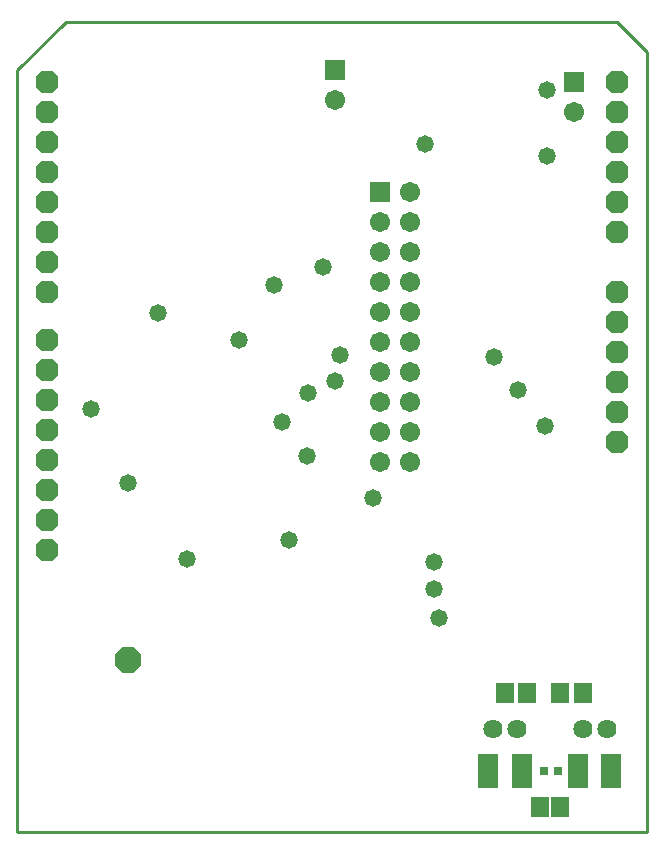
<source format=gbs>
%FSLAX24Y24*%
%MOIN*%
G70*
G01*
G75*
G04 Layer_Color=16711935*
%ADD10R,0.0120X0.0570*%
%ADD11R,0.0870X0.0240*%
%ADD12R,0.0630X0.0520*%
%ADD13R,0.0560X0.0400*%
%ADD14R,0.0480X0.0480*%
%ADD15R,0.0520X0.0630*%
%ADD16R,0.0280X0.0480*%
%ADD17R,0.0260X0.0800*%
%ADD18R,0.0560X0.1030*%
%ADD19R,0.1190X0.0560*%
%ADD20R,0.0600X0.0520*%
%ADD21C,0.0370*%
%ADD22C,0.0130*%
%ADD23C,0.0100*%
%ADD24C,0.0420*%
%ADD25C,0.0220*%
%ADD26C,0.0500*%
%ADD27C,0.0270*%
%ADD28C,0.0000*%
%ADD29C,0.0560*%
G04:AMPARAMS|DCode=30|XSize=66mil|YSize=66mil|CornerRadius=0mil|HoleSize=0mil|Usage=FLASHONLY|Rotation=90.000|XOffset=0mil|YOffset=0mil|HoleType=Round|Shape=Octagon|*
%AMOCTAGOND30*
4,1,8,0.0165,0.0330,-0.0165,0.0330,-0.0330,0.0165,-0.0330,-0.0165,-0.0165,-0.0330,0.0165,-0.0330,0.0330,-0.0165,0.0330,0.0165,0.0165,0.0330,0.0*
%
%ADD30OCTAGOND30*%

%ADD31C,0.0591*%
%ADD32R,0.0591X0.0591*%
G04:AMPARAMS|DCode=33|XSize=76mil|YSize=76mil|CornerRadius=0mil|HoleSize=0mil|Usage=FLASHONLY|Rotation=0.000|XOffset=0mil|YOffset=0mil|HoleType=Round|Shape=Octagon|*
%AMOCTAGOND33*
4,1,8,0.0380,-0.0190,0.0380,0.0190,0.0190,0.0380,-0.0190,0.0380,-0.0380,0.0190,-0.0380,-0.0190,-0.0190,-0.0380,0.0190,-0.0380,0.0380,-0.0190,0.0*
%
%ADD33OCTAGOND33*%

%ADD34C,0.0500*%
%ADD35R,0.0197X0.0197*%
%ADD36R,0.0630X0.1070*%
%ADD37R,0.0520X0.0600*%
%ADD38C,0.0060*%
%ADD39C,0.0040*%
%ADD40C,0.0050*%
%ADD41C,0.0079*%
%ADD42C,0.0020*%
%ADD43C,0.0027*%
%ADD44C,0.0080*%
%ADD45R,0.0080X0.0079*%
%ADD46R,0.0950X0.0320*%
%ADD47R,0.0710X0.0600*%
%ADD48R,0.0640X0.0480*%
%ADD49R,0.0560X0.0560*%
%ADD50R,0.0600X0.0710*%
%ADD51R,0.0360X0.0560*%
%ADD52R,0.0340X0.0880*%
%ADD53R,0.0640X0.1110*%
%ADD54R,0.1270X0.0640*%
%ADD55R,0.0680X0.0600*%
%ADD56C,0.0640*%
G04:AMPARAMS|DCode=57|XSize=74mil|YSize=74mil|CornerRadius=0mil|HoleSize=0mil|Usage=FLASHONLY|Rotation=90.000|XOffset=0mil|YOffset=0mil|HoleType=Round|Shape=Octagon|*
%AMOCTAGOND57*
4,1,8,0.0185,0.0370,-0.0185,0.0370,-0.0370,0.0185,-0.0370,-0.0185,-0.0185,-0.0370,0.0185,-0.0370,0.0370,-0.0185,0.0370,0.0185,0.0185,0.0370,0.0*
%
%ADD57OCTAGOND57*%

%ADD58C,0.0671*%
%ADD59R,0.0671X0.0671*%
G04:AMPARAMS|DCode=60|XSize=84mil|YSize=84mil|CornerRadius=0mil|HoleSize=0mil|Usage=FLASHONLY|Rotation=0.000|XOffset=0mil|YOffset=0mil|HoleType=Round|Shape=Octagon|*
%AMOCTAGOND60*
4,1,8,0.0420,-0.0210,0.0420,0.0210,0.0210,0.0420,-0.0210,0.0420,-0.0420,0.0210,-0.0420,-0.0210,-0.0210,-0.0420,0.0210,-0.0420,0.0420,-0.0210,0.0*
%
%ADD60OCTAGOND60*%

%ADD61C,0.0580*%
%ADD62R,0.0277X0.0277*%
%ADD63R,0.0710X0.1150*%
%ADD64R,0.0600X0.0680*%
D23*
X31050Y10070D02*
Y11570D01*
X31040Y10060D02*
X31050Y10070D01*
X25670Y10060D02*
X31040D01*
X10050Y10050D02*
X24690D01*
X31050Y11570D02*
Y36050D01*
X24700Y10060D02*
X25670D01*
X11660Y37060D02*
X30040D01*
X30500Y36600D01*
X31050Y36050D01*
X10050Y10050D02*
Y35450D01*
X11660Y37060D01*
D28*
X31050Y16410D02*
Y36050D01*
X10050Y10050D02*
X22080D01*
X16150Y37050D02*
X29050D01*
X10050Y35450D02*
X10650Y36050D01*
X10050Y10050D02*
Y35450D01*
D50*
X27054Y14700D02*
D03*
X26300D02*
D03*
X28904D02*
D03*
X28150D02*
D03*
D56*
X25906Y13500D02*
D03*
X26700D02*
D03*
X28900D02*
D03*
X29694D02*
D03*
D57*
X11050Y31050D02*
D03*
X30050Y30050D02*
D03*
X11050Y32050D02*
D03*
Y33050D02*
D03*
Y34050D02*
D03*
Y35050D02*
D03*
Y30050D02*
D03*
Y29050D02*
D03*
Y28050D02*
D03*
Y26450D02*
D03*
Y25450D02*
D03*
Y24450D02*
D03*
Y23450D02*
D03*
Y22450D02*
D03*
Y21450D02*
D03*
Y20450D02*
D03*
Y19450D02*
D03*
X30050Y31050D02*
D03*
Y32050D02*
D03*
Y33050D02*
D03*
Y34050D02*
D03*
Y35050D02*
D03*
Y28050D02*
D03*
Y27050D02*
D03*
Y26050D02*
D03*
Y25050D02*
D03*
Y24050D02*
D03*
Y23050D02*
D03*
D58*
X28600Y34050D02*
D03*
X20650Y34450D02*
D03*
X23150Y22400D02*
D03*
X22150D02*
D03*
X23150Y23400D02*
D03*
X22150D02*
D03*
X23150Y24400D02*
D03*
X22150D02*
D03*
X23150Y25400D02*
D03*
X22150D02*
D03*
X23150Y26400D02*
D03*
X22150D02*
D03*
X23150Y27400D02*
D03*
X22150D02*
D03*
X23150Y28400D02*
D03*
X22150D02*
D03*
X23150Y29400D02*
D03*
X22150D02*
D03*
X23150Y30400D02*
D03*
X22150D02*
D03*
X23150Y31400D02*
D03*
D59*
X28600Y35050D02*
D03*
X20650Y35450D02*
D03*
X22150Y31400D02*
D03*
D60*
X13750Y15800D02*
D03*
D61*
X19750Y24700D02*
D03*
X20800Y25950D02*
D03*
X20650Y25100D02*
D03*
X27700Y34800D02*
D03*
Y32600D02*
D03*
X25950Y25900D02*
D03*
X17450Y26450D02*
D03*
X19700Y22600D02*
D03*
X21900Y21200D02*
D03*
X14750Y27350D02*
D03*
X27650Y23600D02*
D03*
X13750Y21700D02*
D03*
X24100Y17200D02*
D03*
X19100Y19800D02*
D03*
X15700Y19150D02*
D03*
X23950Y19050D02*
D03*
Y18150D02*
D03*
X26750Y24800D02*
D03*
X20250Y28900D02*
D03*
X18600Y28300D02*
D03*
X12500Y24150D02*
D03*
X23650Y33000D02*
D03*
X18863Y23712D02*
D03*
D62*
X28072Y12100D02*
D03*
X27600D02*
D03*
D63*
X25749D02*
D03*
X26860D02*
D03*
X28739D02*
D03*
X29850D02*
D03*
D64*
X28150Y10900D02*
D03*
X27475D02*
D03*
M02*

</source>
